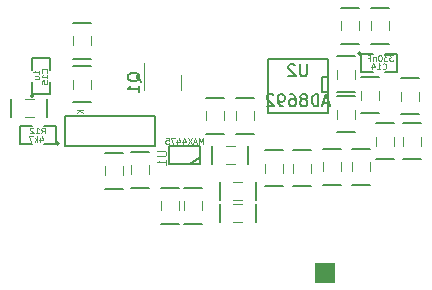
<source format=gbr>
%TF.GenerationSoftware,KiCad,Pcbnew,6.0.11+dfsg-1~bpo11+1*%
%TF.CreationDate,2023-04-13T01:02:43+00:00*%
%TF.ProjectId,PCRD01,50435244-3031-42e6-9b69-6361645f7063,01A*%
%TF.SameCoordinates,Original*%
%TF.FileFunction,Legend,Bot*%
%TF.FilePolarity,Positive*%
%FSLAX46Y46*%
G04 Gerber Fmt 4.6, Leading zero omitted, Abs format (unit mm)*
G04 Created by KiCad (PCBNEW 6.0.11+dfsg-1~bpo11+1) date 2023-04-13 01:02:43*
%MOMM*%
%LPD*%
G01*
G04 APERTURE LIST*
%ADD10C,0.109220*%
%ADD11C,0.050000*%
%ADD12C,0.150000*%
%ADD13C,0.076200*%
%ADD14C,0.120000*%
%ADD15R,1.651000X1.651000*%
G04 APERTURE END LIST*
D10*
%TO.C,C14*%
X173037672Y-84804407D02*
X173061500Y-84828234D01*
X173132983Y-84852062D01*
X173180638Y-84852062D01*
X173252121Y-84828234D01*
X173299776Y-84780579D01*
X173323604Y-84732924D01*
X173347431Y-84637613D01*
X173347431Y-84566130D01*
X173323604Y-84470820D01*
X173299776Y-84423165D01*
X173252121Y-84375510D01*
X173180638Y-84351682D01*
X173132983Y-84351682D01*
X173061500Y-84375510D01*
X173037672Y-84399337D01*
X172561120Y-84852062D02*
X172847051Y-84852062D01*
X172704086Y-84852062D02*
X172704086Y-84351682D01*
X172751741Y-84423165D01*
X172799396Y-84470820D01*
X172847051Y-84494648D01*
X172132223Y-84518475D02*
X172132223Y-84852062D01*
X172251361Y-84327854D02*
X172370499Y-84685269D01*
X172060740Y-84685269D01*
X173927156Y-83653182D02*
X173617397Y-83653182D01*
X173784190Y-83843803D01*
X173712708Y-83843803D01*
X173665052Y-83867630D01*
X173641225Y-83891458D01*
X173617397Y-83939113D01*
X173617397Y-84058251D01*
X173641225Y-84105907D01*
X173665052Y-84129734D01*
X173712708Y-84153562D01*
X173855673Y-84153562D01*
X173903329Y-84129734D01*
X173927156Y-84105907D01*
X173450604Y-83653182D02*
X173140845Y-83653182D01*
X173307638Y-83843803D01*
X173236155Y-83843803D01*
X173188500Y-83867630D01*
X173164672Y-83891458D01*
X173140845Y-83939113D01*
X173140845Y-84058251D01*
X173164672Y-84105907D01*
X173188500Y-84129734D01*
X173236155Y-84153562D01*
X173379121Y-84153562D01*
X173426776Y-84129734D01*
X173450604Y-84105907D01*
X172831086Y-83653182D02*
X172783430Y-83653182D01*
X172735775Y-83677010D01*
X172711948Y-83700837D01*
X172688120Y-83748492D01*
X172664292Y-83843803D01*
X172664292Y-83962941D01*
X172688120Y-84058251D01*
X172711948Y-84105907D01*
X172735775Y-84129734D01*
X172783430Y-84153562D01*
X172831086Y-84153562D01*
X172878741Y-84129734D01*
X172902569Y-84105907D01*
X172926396Y-84058251D01*
X172950224Y-83962941D01*
X172950224Y-83843803D01*
X172926396Y-83748492D01*
X172902569Y-83700837D01*
X172878741Y-83677010D01*
X172831086Y-83653182D01*
X172449844Y-83819975D02*
X172449844Y-84153562D01*
X172449844Y-83867630D02*
X172426016Y-83843803D01*
X172378361Y-83819975D01*
X172306878Y-83819975D01*
X172259223Y-83843803D01*
X172235395Y-83891458D01*
X172235395Y-84153562D01*
X171830326Y-83891458D02*
X171997119Y-83891458D01*
X171997119Y-84153562D02*
X171997119Y-83653182D01*
X171758843Y-83653182D01*
D11*
%TO.C,J3*%
X147669190Y-88292047D02*
X147169190Y-88292047D01*
X147669190Y-88577761D02*
X147383476Y-88363476D01*
X147169190Y-88577761D02*
X147454904Y-88292047D01*
D12*
%TO.C,U2*%
X166619904Y-84446380D02*
X166619904Y-85255904D01*
X166572285Y-85351142D01*
X166524666Y-85398761D01*
X166429428Y-85446380D01*
X166238952Y-85446380D01*
X166143714Y-85398761D01*
X166096095Y-85351142D01*
X166048476Y-85255904D01*
X166048476Y-84446380D01*
X165619904Y-84541619D02*
X165572285Y-84494000D01*
X165477047Y-84446380D01*
X165238952Y-84446380D01*
X165143714Y-84494000D01*
X165096095Y-84541619D01*
X165048476Y-84636857D01*
X165048476Y-84732095D01*
X165096095Y-84874952D01*
X165667523Y-85446380D01*
X165048476Y-85446380D01*
X168500857Y-87700666D02*
X168024666Y-87700666D01*
X168596095Y-87986380D02*
X168262761Y-86986380D01*
X167929428Y-87986380D01*
X167596095Y-87986380D02*
X167596095Y-86986380D01*
X167358000Y-86986380D01*
X167215142Y-87034000D01*
X167119904Y-87129238D01*
X167072285Y-87224476D01*
X167024666Y-87414952D01*
X167024666Y-87557809D01*
X167072285Y-87748285D01*
X167119904Y-87843523D01*
X167215142Y-87938761D01*
X167358000Y-87986380D01*
X167596095Y-87986380D01*
X166453238Y-87414952D02*
X166548476Y-87367333D01*
X166596095Y-87319714D01*
X166643714Y-87224476D01*
X166643714Y-87176857D01*
X166596095Y-87081619D01*
X166548476Y-87034000D01*
X166453238Y-86986380D01*
X166262761Y-86986380D01*
X166167523Y-87034000D01*
X166119904Y-87081619D01*
X166072285Y-87176857D01*
X166072285Y-87224476D01*
X166119904Y-87319714D01*
X166167523Y-87367333D01*
X166262761Y-87414952D01*
X166453238Y-87414952D01*
X166548476Y-87462571D01*
X166596095Y-87510190D01*
X166643714Y-87605428D01*
X166643714Y-87795904D01*
X166596095Y-87891142D01*
X166548476Y-87938761D01*
X166453238Y-87986380D01*
X166262761Y-87986380D01*
X166167523Y-87938761D01*
X166119904Y-87891142D01*
X166072285Y-87795904D01*
X166072285Y-87605428D01*
X166119904Y-87510190D01*
X166167523Y-87462571D01*
X166262761Y-87414952D01*
X165215142Y-86986380D02*
X165405619Y-86986380D01*
X165500857Y-87034000D01*
X165548476Y-87081619D01*
X165643714Y-87224476D01*
X165691333Y-87414952D01*
X165691333Y-87795904D01*
X165643714Y-87891142D01*
X165596095Y-87938761D01*
X165500857Y-87986380D01*
X165310380Y-87986380D01*
X165215142Y-87938761D01*
X165167523Y-87891142D01*
X165119904Y-87795904D01*
X165119904Y-87557809D01*
X165167523Y-87462571D01*
X165215142Y-87414952D01*
X165310380Y-87367333D01*
X165500857Y-87367333D01*
X165596095Y-87414952D01*
X165643714Y-87462571D01*
X165691333Y-87557809D01*
X164643714Y-87986380D02*
X164453238Y-87986380D01*
X164358000Y-87938761D01*
X164310380Y-87891142D01*
X164215142Y-87748285D01*
X164167523Y-87557809D01*
X164167523Y-87176857D01*
X164215142Y-87081619D01*
X164262761Y-87034000D01*
X164358000Y-86986380D01*
X164548476Y-86986380D01*
X164643714Y-87034000D01*
X164691333Y-87081619D01*
X164738952Y-87176857D01*
X164738952Y-87414952D01*
X164691333Y-87510190D01*
X164643714Y-87557809D01*
X164548476Y-87605428D01*
X164358000Y-87605428D01*
X164262761Y-87557809D01*
X164215142Y-87510190D01*
X164167523Y-87414952D01*
X163786571Y-87081619D02*
X163738952Y-87034000D01*
X163643714Y-86986380D01*
X163405619Y-86986380D01*
X163310380Y-87034000D01*
X163262761Y-87081619D01*
X163215142Y-87176857D01*
X163215142Y-87272095D01*
X163262761Y-87414952D01*
X163834190Y-87986380D01*
X163215142Y-87986380D01*
D13*
%TO.C,U1*%
X153932714Y-91769428D02*
X154549571Y-91769428D01*
X154622142Y-91805714D01*
X154658428Y-91842000D01*
X154694714Y-91914571D01*
X154694714Y-92059714D01*
X154658428Y-92132285D01*
X154622142Y-92168571D01*
X154549571Y-92204857D01*
X153932714Y-92204857D01*
X154694714Y-92966857D02*
X154694714Y-92531428D01*
X154694714Y-92749142D02*
X153932714Y-92749142D01*
X154041571Y-92676571D01*
X154114142Y-92604000D01*
X154150428Y-92531428D01*
X157822622Y-91176362D02*
X157822622Y-90675982D01*
X157655829Y-91033396D01*
X157489036Y-90675982D01*
X157489036Y-91176362D01*
X157274587Y-91033396D02*
X157036311Y-91033396D01*
X157322242Y-91176362D02*
X157155449Y-90675982D01*
X156988656Y-91176362D01*
X156869518Y-90675982D02*
X156535931Y-91176362D01*
X156535931Y-90675982D02*
X156869518Y-91176362D01*
X156130861Y-90842775D02*
X156130861Y-91176362D01*
X156250000Y-90652154D02*
X156369138Y-91009569D01*
X156059379Y-91009569D01*
X155654309Y-90842775D02*
X155654309Y-91176362D01*
X155773447Y-90652154D02*
X155892585Y-91009569D01*
X155582826Y-91009569D01*
X155439860Y-90675982D02*
X155106274Y-90675982D01*
X155320722Y-91176362D01*
X154677377Y-90675982D02*
X154915653Y-90675982D01*
X154939480Y-90914258D01*
X154915653Y-90890430D01*
X154867998Y-90866603D01*
X154748860Y-90866603D01*
X154701204Y-90890430D01*
X154677377Y-90914258D01*
X154653549Y-90961913D01*
X154653549Y-91081051D01*
X154677377Y-91128707D01*
X154701204Y-91152534D01*
X154748860Y-91176362D01*
X154867998Y-91176362D01*
X154915653Y-91152534D01*
X154939480Y-91128707D01*
D12*
%TO.C,Q1*%
X152547619Y-85904761D02*
X152500000Y-85809523D01*
X152404761Y-85714285D01*
X152261904Y-85571428D01*
X152214285Y-85476190D01*
X152214285Y-85380952D01*
X152452380Y-85428571D02*
X152404761Y-85333333D01*
X152309523Y-85238095D01*
X152119047Y-85190476D01*
X151785714Y-85190476D01*
X151595238Y-85238095D01*
X151500000Y-85333333D01*
X151452380Y-85428571D01*
X151452380Y-85619047D01*
X151500000Y-85714285D01*
X151595238Y-85809523D01*
X151785714Y-85857142D01*
X152119047Y-85857142D01*
X152309523Y-85809523D01*
X152404761Y-85714285D01*
X152452380Y-85619047D01*
X152452380Y-85428571D01*
X152452380Y-86809523D02*
X152452380Y-86238095D01*
X152452380Y-86523809D02*
X151452380Y-86523809D01*
X151595238Y-86428571D01*
X151690476Y-86333333D01*
X151738095Y-86238095D01*
D10*
%TO.C,R12*%
X144144672Y-90295362D02*
X144311466Y-90057086D01*
X144430604Y-90295362D02*
X144430604Y-89794982D01*
X144239983Y-89794982D01*
X144192328Y-89818810D01*
X144168500Y-89842637D01*
X144144672Y-89890292D01*
X144144672Y-89961775D01*
X144168500Y-90009430D01*
X144192328Y-90033258D01*
X144239983Y-90057086D01*
X144430604Y-90057086D01*
X143668120Y-90295362D02*
X143954051Y-90295362D01*
X143811086Y-90295362D02*
X143811086Y-89794982D01*
X143858741Y-89866465D01*
X143906396Y-89914120D01*
X143954051Y-89937948D01*
X143477499Y-89842637D02*
X143453671Y-89818810D01*
X143406016Y-89794982D01*
X143286878Y-89794982D01*
X143239223Y-89818810D01*
X143215395Y-89842637D01*
X143191568Y-89890292D01*
X143191568Y-89937948D01*
X143215395Y-90009430D01*
X143501327Y-90295362D01*
X143191568Y-90295362D01*
X144041500Y-90660275D02*
X144041500Y-90993862D01*
X144160638Y-90469654D02*
X144279776Y-90827069D01*
X143970017Y-90827069D01*
X143779396Y-90993862D02*
X143779396Y-90493482D01*
X143731741Y-90803241D02*
X143588775Y-90993862D01*
X143588775Y-90660275D02*
X143779396Y-90850896D01*
X143421982Y-90493482D02*
X143088395Y-90493482D01*
X143302844Y-90993862D01*
%TO.C,C15*%
X144611807Y-85142227D02*
X144635634Y-85118399D01*
X144659462Y-85046916D01*
X144659462Y-84999261D01*
X144635634Y-84927778D01*
X144587979Y-84880123D01*
X144540324Y-84856295D01*
X144445013Y-84832468D01*
X144373530Y-84832468D01*
X144278220Y-84856295D01*
X144230565Y-84880123D01*
X144182910Y-84927778D01*
X144159082Y-84999261D01*
X144159082Y-85046916D01*
X144182910Y-85118399D01*
X144206737Y-85142227D01*
X144659462Y-85618779D02*
X144659462Y-85332848D01*
X144659462Y-85475813D02*
X144159082Y-85475813D01*
X144230565Y-85428158D01*
X144278220Y-85380503D01*
X144302048Y-85332848D01*
X144159082Y-86071504D02*
X144159082Y-85833228D01*
X144397358Y-85809400D01*
X144373530Y-85833228D01*
X144349703Y-85880883D01*
X144349703Y-86000021D01*
X144373530Y-86047676D01*
X144397358Y-86071504D01*
X144445013Y-86095331D01*
X144564151Y-86095331D01*
X144611807Y-86071504D01*
X144635634Y-86047676D01*
X144659462Y-86000021D01*
X144659462Y-85880883D01*
X144635634Y-85833228D01*
X144611807Y-85809400D01*
X143960962Y-85253503D02*
X143960962Y-84967571D01*
X143960962Y-85110537D02*
X143460582Y-85110537D01*
X143532065Y-85062882D01*
X143579720Y-85015227D01*
X143603548Y-84967571D01*
X143627375Y-85682400D02*
X143960962Y-85682400D01*
X143627375Y-85467951D02*
X143889479Y-85467951D01*
X143937134Y-85491779D01*
X143960962Y-85539434D01*
X143960962Y-85610917D01*
X143937134Y-85658572D01*
X143913307Y-85682400D01*
D14*
%TO.C,C1*%
X148332000Y-85756000D02*
X148332000Y-86518000D01*
X146808000Y-85756000D02*
X146808000Y-86518000D01*
D12*
X148332000Y-84613000D02*
X146808000Y-84613000D01*
X146808000Y-87661000D02*
X148332000Y-87661000D01*
D14*
%TO.C,C2*%
X156206000Y-96043000D02*
X156206000Y-96805000D01*
D12*
X156206000Y-97948000D02*
X157730000Y-97948000D01*
X157730000Y-94900000D02*
X156206000Y-94900000D01*
D14*
X157730000Y-96043000D02*
X157730000Y-96805000D01*
%TO.C,C3*%
X158111000Y-89185000D02*
X158111000Y-88423000D01*
D12*
X159635000Y-87280000D02*
X158111000Y-87280000D01*
D14*
X159635000Y-89185000D02*
X159635000Y-88423000D01*
D12*
X158111000Y-90328000D02*
X159635000Y-90328000D01*
D14*
%TO.C,C5*%
X172081000Y-81565000D02*
X172081000Y-80803000D01*
D12*
X172081000Y-82708000D02*
X173605000Y-82708000D01*
D14*
X173605000Y-81565000D02*
X173605000Y-80803000D01*
D12*
X173605000Y-79660000D02*
X172081000Y-79660000D01*
D14*
%TO.C,C6*%
X171065000Y-81565000D02*
X171065000Y-80803000D01*
X169541000Y-81565000D02*
X169541000Y-80803000D01*
D12*
X171065000Y-79660000D02*
X169541000Y-79660000D01*
X169541000Y-82708000D02*
X171065000Y-82708000D01*
%TO.C,C10*%
X159228600Y-96246200D02*
X159228600Y-97770200D01*
D14*
X160371600Y-97770200D02*
X161133600Y-97770200D01*
X160371600Y-96246200D02*
X161133600Y-96246200D01*
D12*
X162276600Y-97770200D02*
X162276600Y-96246200D01*
D14*
%TO.C,C12*%
X176272000Y-91344000D02*
X176272000Y-90582000D01*
D12*
X176272000Y-89439000D02*
X174748000Y-89439000D01*
X174748000Y-92487000D02*
X176272000Y-92487000D01*
D14*
X174748000Y-91344000D02*
X174748000Y-90582000D01*
D12*
%TO.C,C14*%
X171192000Y-85070200D02*
X172208000Y-85070200D01*
X173224000Y-85070200D02*
X174240000Y-85070200D01*
X174240000Y-85070200D02*
X174240000Y-83546200D01*
X172208000Y-83546200D02*
X171192000Y-83546200D01*
X171192000Y-83546200D02*
X171192000Y-85070200D01*
X174240000Y-83546200D02*
X173224000Y-83546200D01*
X171192000Y-83546200D02*
G75*
G03*
X171192000Y-83546200I-127000J0D01*
G01*
D14*
%TO.C,R1*%
X148332000Y-82835000D02*
X148332000Y-82073000D01*
X146808000Y-82835000D02*
X146808000Y-82073000D01*
D12*
X146808000Y-83978000D02*
X148332000Y-83978000D01*
X148332000Y-80930000D02*
X146808000Y-80930000D01*
D14*
%TO.C,R2*%
X143493300Y-88931000D02*
X142731300Y-88931000D01*
D12*
X141588300Y-87407000D02*
X141588300Y-88931000D01*
X144636300Y-88931000D02*
X144636300Y-87407000D01*
D14*
X143493300Y-87407000D02*
X142731300Y-87407000D01*
D12*
%TO.C,R5*%
X164588000Y-91725000D02*
X163064000Y-91725000D01*
D14*
X163064000Y-93630000D02*
X163064000Y-92868000D01*
X164588000Y-93630000D02*
X164588000Y-92868000D01*
D12*
X163064000Y-94773000D02*
X164588000Y-94773000D01*
D14*
%TO.C,R6*%
X171954000Y-93503000D02*
X171954000Y-92741000D01*
D12*
X171954000Y-91598000D02*
X170430000Y-91598000D01*
D14*
X170430000Y-93503000D02*
X170430000Y-92741000D01*
D12*
X170430000Y-94646000D02*
X171954000Y-94646000D01*
D14*
%TO.C,R7*%
X167001000Y-93630000D02*
X167001000Y-92868000D01*
D12*
X167001000Y-91725000D02*
X165477000Y-91725000D01*
D14*
X165477000Y-93630000D02*
X165477000Y-92868000D01*
D12*
X165477000Y-94773000D02*
X167001000Y-94773000D01*
D14*
%TO.C,R8*%
X172462000Y-91344000D02*
X172462000Y-90582000D01*
X173986000Y-91344000D02*
X173986000Y-90582000D01*
D12*
X172462000Y-92487000D02*
X173986000Y-92487000D01*
X173986000Y-89439000D02*
X172462000Y-89439000D01*
%TO.C,R9*%
X170734800Y-87127600D02*
X169210800Y-87127600D01*
D14*
X169210800Y-89032600D02*
X169210800Y-88270600D01*
X170734800Y-89032600D02*
X170734800Y-88270600D01*
D12*
X169210800Y-90175600D02*
X170734800Y-90175600D01*
%TO.C,R11*%
X174595600Y-88677000D02*
X176119600Y-88677000D01*
D14*
X176119600Y-86772000D02*
X176119600Y-87534000D01*
D12*
X176119600Y-85629000D02*
X174595600Y-85629000D01*
D14*
X174595600Y-86772000D02*
X174595600Y-87534000D01*
D12*
%TO.C,C11*%
X169541000Y-91598000D02*
X168017000Y-91598000D01*
D14*
X169541000Y-93503000D02*
X169541000Y-92741000D01*
X168017000Y-93503000D02*
X168017000Y-92741000D01*
D12*
X168017000Y-94646000D02*
X169541000Y-94646000D01*
D14*
%TO.C,C4*%
X149525569Y-93816069D02*
X149525569Y-93054069D01*
X151049569Y-93816069D02*
X151049569Y-93054069D01*
D12*
X151049569Y-91911069D02*
X149525569Y-91911069D01*
X149525569Y-94959069D02*
X151049569Y-94959069D01*
%TO.C,J3*%
X153793000Y-91344000D02*
X153793000Y-88804000D01*
X146173000Y-91344000D02*
X153793000Y-91344000D01*
X153793000Y-88804000D02*
X146173000Y-88804000D01*
X146173000Y-88804000D02*
X146173000Y-91344000D01*
%TO.C,C9*%
X162175000Y-87280000D02*
X160651000Y-87280000D01*
X160651000Y-90328000D02*
X162175000Y-90328000D01*
D14*
X160651000Y-89185000D02*
X160651000Y-88423000D01*
X162175000Y-89185000D02*
X162175000Y-88423000D01*
D12*
%TO.C,C8*%
X161667000Y-92868000D02*
X161667000Y-91344000D01*
X158619000Y-91344000D02*
X158619000Y-92868000D01*
D14*
X160524000Y-92868000D02*
X159762000Y-92868000D01*
X160524000Y-91344000D02*
X159762000Y-91344000D01*
%TO.C,C13*%
X169210800Y-85679800D02*
X169210800Y-84917800D01*
X170734800Y-85679800D02*
X170734800Y-84917800D01*
D12*
X169210800Y-86822800D02*
X170734800Y-86822800D01*
X170734800Y-83774800D02*
X169210800Y-83774800D01*
%TO.C,R10*%
X172766800Y-85527400D02*
X171242800Y-85527400D01*
D14*
X172766800Y-87432400D02*
X172766800Y-86670400D01*
D12*
X171242800Y-88575400D02*
X172766800Y-88575400D01*
D14*
X171242800Y-87432400D02*
X171242800Y-86670400D01*
D12*
%TO.C,C7*%
X159254000Y-94392000D02*
X159254000Y-95916000D01*
D14*
X160397000Y-94392000D02*
X161159000Y-94392000D01*
D12*
X162302000Y-95916000D02*
X162302000Y-94392000D01*
D14*
X160397000Y-95916000D02*
X161159000Y-95916000D01*
D12*
%TO.C,U2*%
X168398000Y-88550000D02*
X168398000Y-83978000D01*
X168398000Y-83978000D02*
X163318000Y-83978000D01*
X163318000Y-83978000D02*
X163318000Y-88550000D01*
X167890000Y-85502000D02*
X167890000Y-86772000D01*
X168398000Y-85502000D02*
X167890000Y-85502000D01*
X167890000Y-86772000D02*
X168398000Y-86772000D01*
X163318000Y-88550000D02*
X168398000Y-88550000D01*
%TO.C,U1*%
X156714000Y-92868000D02*
X157476000Y-92360000D01*
X154936000Y-92868000D02*
X157539500Y-92868000D01*
X157539500Y-92868000D02*
X157539500Y-91344000D01*
X157539500Y-91344000D02*
X154936000Y-91344000D01*
X154936000Y-91344000D02*
X154936000Y-92868000D01*
%TO.C,R3*%
X154301000Y-97948000D02*
X155825000Y-97948000D01*
D14*
X155825000Y-96805000D02*
X155825000Y-96043000D01*
X154301000Y-96805000D02*
X154301000Y-96043000D01*
D12*
X155825000Y-94900000D02*
X154301000Y-94900000D01*
D14*
%TO.C,Q1*%
X155960000Y-86000000D02*
X155960000Y-85350000D01*
X152840000Y-86000000D02*
X152840000Y-84325000D01*
X152840000Y-86000000D02*
X152840000Y-86650000D01*
X155960000Y-86000000D02*
X155960000Y-86650000D01*
%TO.C,R4*%
X153272569Y-93761069D02*
X153272569Y-92999069D01*
X151748569Y-93761069D02*
X151748569Y-92999069D01*
D12*
X151748569Y-94904069D02*
X153272569Y-94904069D01*
X153272569Y-91856069D02*
X151748569Y-91856069D01*
%TO.C,R12*%
X143315000Y-89624500D02*
X142299000Y-89624500D01*
X144331000Y-91148500D02*
X145347000Y-91148500D01*
X145347000Y-89624500D02*
X144331000Y-89624500D01*
X142299000Y-89624500D02*
X142299000Y-91148500D01*
X145347000Y-91148500D02*
X145347000Y-89624500D01*
X142299000Y-91148500D02*
X143315000Y-91148500D01*
X145601000Y-91148500D02*
G75*
G03*
X145601000Y-91148500I-127000J0D01*
G01*
%TO.C,C15*%
X144877600Y-86987900D02*
X144877600Y-85971900D01*
X143353600Y-86987900D02*
X144877600Y-86987900D01*
X143353600Y-85971900D02*
X143353600Y-86987900D01*
X144877600Y-83939900D02*
X143353600Y-83939900D01*
X144877600Y-84955900D02*
X144877600Y-83939900D01*
X143353600Y-83939900D02*
X143353600Y-84955900D01*
X143480600Y-87114900D02*
G75*
G03*
X143480600Y-87114900I-127000J0D01*
G01*
%TD*%
D15*
%TO.C,J2*%
X168194800Y-102139000D03*
%TD*%
M02*

</source>
